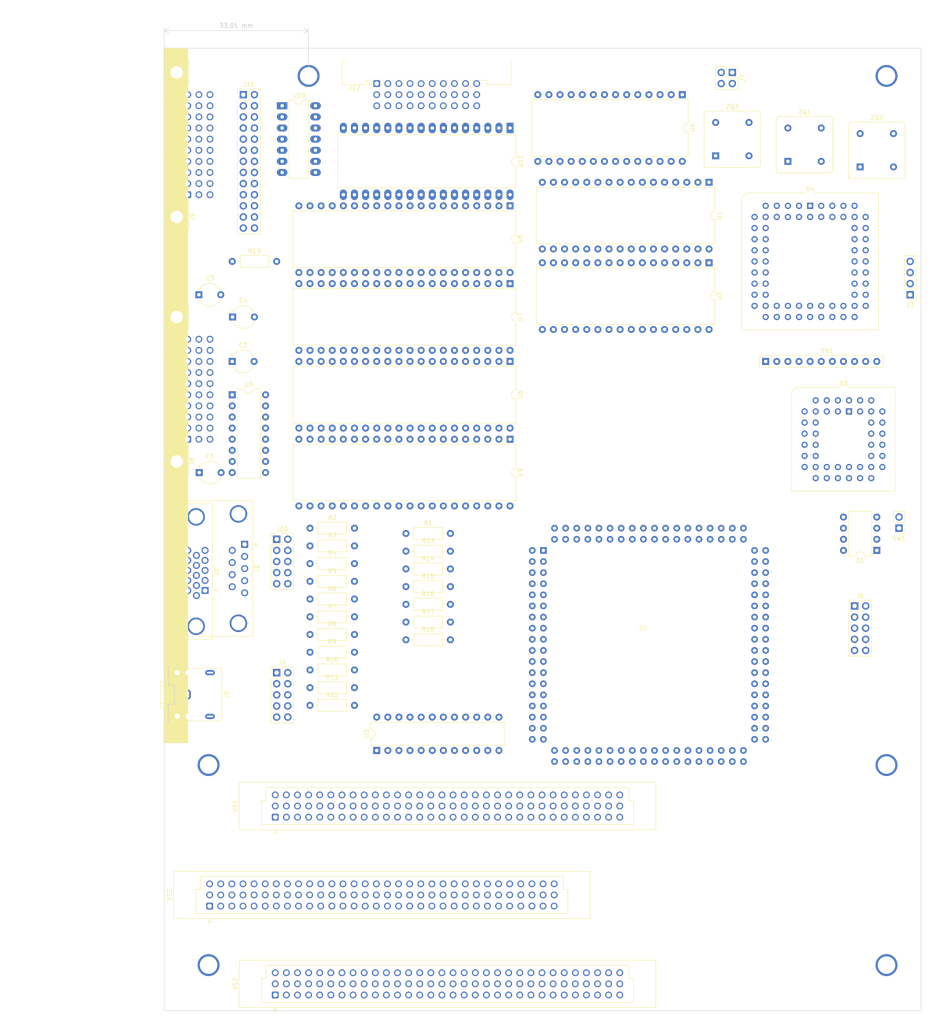
<source format=kicad_pcb>
(kicad_pcb (version 20221018) (generator pcbnew)
  (title_block (title "Orion-M") (date "2023-11-25") (comment 2 "Eugene Po"))
  (layers (0 "F.Cu" signal) (31 "B.Cu" signal) (34 "B.Paste" user) (35 "F.Paste" user) (36 "B.SilkS" user "B.Silkscreen") (37 "F.SilkS" user "F.Silkscreen") (38 "B.Mask" user) (39 "F.Mask" user) (44 "Edge.Cuts" user))
  (net 0 "")
  (net 1 "Net-(D1-~{PBRST})")
  (net 2 "/RES")
  (net 3 "/~{RES}")
  (net 4 "/~{M1}")
  (net 5 "/A7")
  (net 6 "/A6")
  (net 7 "/A5")
  (net 8 "/A4")
  (net 9 "/A3")
  (net 10 "/A2")
  (net 11 "/A1")
  (net 12 "/A0")
  (net 13 "/D0")
  (net 14 "/D1")
  (net 15 "/D2")
  (net 16 "/D3")
  (net 17 "/D4")
  (net 18 "/D5")
  (net 19 "/D6")
  (net 20 "GND")
  (net 21 "/D7")
  (net 22 "/A10")
  (net 23 "/A9")
  (net 24 "/A8")
  (net 25 "/A11")
  (net 26 "/~{ROM}")
  (net 27 "/A12")
  (net 28 "Net-(J1-Pad1)")
  (net 29 "/A13")
  (net 30 "/A14")
  (net 31 "/A15")
  (net 32 "/~{MREQ}")
  (net 33 "/~{IORQ}")
  (net 34 "/~{RD}")
  (net 35 "/~{WR}")
  (net 36 "/EXTAL")
  (net 38 "/A16")
  (net 39 "/A17")
  (net 40 "/A18")
  (net 41 "/A19")
  (net 42 "Net-(D4-~{RTS0})")
  (net 43 "Net-(D4-~{CTS0})")
  (net 44 "Net-(D4-TXA0)")
  (net 45 "Net-(D4-RXA0)")
  (net 46 "Net-(D4-CKA0{slash}~{DREQ0})")
  (net 47 "/TXA1")
  (net 48 "/RXA1")
  (net 50 "/MOSI")
  (net 51 "/MISO")
  (net 52 "/CLK")
  (net 68 "/CPLD/D1")
  (net 73 "/CPLD/D0")
  (net 75 "/CPLD/D7")
  (net 76 "/CPLD/D2")
  (net 77 "/CPLD/D6")
  (net 80 "/CPLD/D5")
  (net 82 "/CPLD/D3")
  (net 83 "/CPLD/D4")
  (net 119 "+5V")
  (net 120 "/~{NMI}")
  (net 121 "/~{INT0}")
  (net 122 "/~{INT1}")
  (net 123 "/~{INT2}")
  (net 124 "/~{BUSRQ}")
  (net 125 "/~{WAIT}")
  (net 147 "Net-(J1-Pad2)")
  (net 149 "Net-(J1-Pad3)")
  (net 175 "Net-(J7-Pin_3)")
  (net 176 "Net-(J7-Pin_4)")
  (net 177 "Net-(U3-S0)")
  (net 178 "Net-(U3-S1)")
  (net 179 "Net-(U3-S2)")
  (net 180 "Net-(U3-S3)")
  (net 181 "Net-(U3-S4)")
  (net 182 "Net-(U3-S5)")
  (net 183 "Net-(U3-S6)")
  (net 184 "Net-(U3-S7)")
  (net 185 "Net-(U3-S8)")
  (net 186 "Net-(U3-S9)")
  (net 187 "Net-(U3-S10)")
  (net 188 "Net-(U3-S11)")
  (net 189 "Net-(U3-S12)")
  (net 190 "Net-(U3-S13)")
  (net 191 "Net-(U3-S14)")
  (net 192 "Net-(U3-S15)")
  (net 193 "/IO devices/~{F700}")
  (net 194 "/IO devices/A7")
  (net 195 "/IO devices/A6")
  (net 196 "/IO devices/A5")
  (net 197 "/IO devices/A4")
  (net 198 "Net-(U5-C1+)")
  (net 199 "Net-(U5-VS+)")
  (net 200 "Net-(U5-C1-)")
  (net 201 "Net-(U5-C2+)")
  (net 202 "Net-(U5-C2-)")
  (net 203 "Net-(U5-VS-)")
  (net 204 "/TxD")
  (net 205 "/CTS")
  (net 206 "/RxD")
  (net 207 "/RTS")
  (net 208 "/IO devices/~{RD}")
  (net 209 "/IO devices/~{F500}")
  (net 210 "/IO devices/A1")
  (net 211 "/IO devices/A0")
  (net 212 "/IO devices/D7")
  (net 213 "/IO devices/D6")
  (net 214 "/IO devices/D5")
  (net 215 "/IO devices/D4")
  (net 216 "/IO devices/D3")
  (net 217 "/IO devices/D2")
  (net 218 "/IO devices/D1")
  (net 219 "/IO devices/D0")
  (net 220 "/IO devices/RES")
  (net 221 "/IO devices/~{WR}")
  (net 222 "/IO devices/~{F600}")
  (net 223 "/IO devices/~{F400}")
  (net 242 "Net-(U9-A8)")
  (net 247 "-5V")
  (net 260 "/IO devices/A16")
  (net 261 "/IO devices/A19")
  (net 268 "+12V")
  (net 295 "Net-(J1-Pad13)")
  (net 296 "Net-(J1-Pad14)")
  (net 302 "/~{RAM0}")
  (net 303 "/~{RAM1}")
  (net 304 "Net-(D4-CKA1{slash}~{TEND0})")
  (net 309 "Net-(J4-Pin_5)")
  (net 310 "Net-(J4-Pin_6)")
  (net 313 "Net-(J4-Pin_9)")
  (net 314 "Net-(J4-Pin_10)")
  (net 315 "Net-(U9-A)")
  (net 316 "Net-(U9-B)")
  (net 317 "Net-(U9-C)")
  (net 318 "Net-(D5-TDI)")
  (net 319 "Net-(D5-TMS)")
  (net 328 "Net-(D5-TCK)")
  (net 329 "Net-(D5-TDO)")
  (net 330 "Net-(D5-IO_106)")
  (net 331 "Net-(D5-IO_107)")
  (net 332 "Net-(D5-IO_108)")
  (net 333 "Net-(D5-IO_109)")
  (net 334 "Net-(D5-IO_110)")
  (net 335 "Net-(D5-IO_111)")
  (net 336 "Net-(D5-IO_112)")
  (net 337 "Net-(D5-IO_113)")
  (net 338 "Earth")
  (net 342 "/IO devices/CLKAY")
  (net 343 "/IO devices/~{RES}")
  (net 344 "/IO devices/~{F74x}")
  (net 385 "/IO devices/A18")
  (net 386 "/IO devices/A17")
  (net 477 "Net-(U7-PA0)")
  (net 478 "Net-(U7-PA1)")
  (net 479 "Net-(U7-PA2)")
  (net 480 "Net-(U7-PA3)")
  (net 481 "Net-(U7-PA4)")
  (net 482 "Net-(U7-PA5)")
  (net 483 "Net-(U7-PA6)")
  (net 484 "Net-(U7-PA7)")
  (net 485 "Net-(U7-PB0)")
  (net 486 "Net-(U7-PB1)")
  (net 487 "Net-(U7-PB2)")
  (net 488 "Net-(U7-PB3)")
  (net 489 "Net-(U7-PB4)")
  (net 490 "Net-(U7-PB5)")
  (net 491 "Net-(U7-PB6)")
  (net 492 "Net-(U7-PB7)")
  (net 493 "Net-(U7-PC0)")
  (net 494 "Net-(U7-PC1)")
  (net 495 "Net-(U7-PC2)")
  (net 496 "Net-(U7-PC3)")
  (net 497 "Net-(U7-PC4)")
  (net 498 "Net-(U7-PC5)")
  (net 499 "Net-(U7-PC6)")
  (net 500 "Net-(U7-PC7)")
  (net 501 "Net-(U6-PA0)")
  (net 502 "Net-(U6-PA1)")
  (net 503 "Net-(U6-PA2)")
  (net 504 "Net-(U6-PA3)")
  (net 505 "Net-(U6-PA4)")
  (net 506 "Net-(U6-PA5)")
  (net 507 "Net-(U6-PA6)")
  (net 508 "Net-(U6-PA7)")
  (net 509 "Net-(U6-PB0)")
  (net 510 "Net-(U6-PB1)")
  (net 511 "Net-(U6-PB2)")
  (net 512 "Net-(U6-PB3)")
  (net 513 "Net-(U6-PB4)")
  (net 514 "Net-(U6-PB5)")
  (net 515 "Net-(U6-PB6)")
  (net 516 "Net-(U6-PB7)")
  (net 517 "/IO devices/RES_KEY")
  (net 518 "Net-(U11-A16)")
  (net 519 "Net-(U11-~{CE})")
  (net 520 "Net-(J9-Padc3)")
  (net 521 "/IO devices/TAPE_LED")
  (net 522 "/IO devices/CC_KEY")
  (net 523 "/IO devices/US_KEY")
  (net 524 "/IO devices/RUS{slash}LAT_KEY")
  (net 525 "Net-(U11-D0)")
  (net 526 "Net-(U11-D1)")
  (net 527 "Net-(U11-D2)")
  (net 528 "Net-(U11-D3)")
  (net 529 "Net-(U11-D4)")
  (net 530 "Net-(U11-D5)")
  (net 531 "Net-(U11-D6)")
  (net 532 "Net-(U11-D7)")
  (net 534 "Net-(U11-A0)")
  (net 535 "Net-(U11-A1)")
  (net 536 "Net-(U11-A2)")
  (net 537 "Net-(U11-A3)")
  (net 538 "Net-(U11-A4)")
  (net 539 "Net-(U11-A5)")
  (net 540 "Net-(U11-A6)")
  (net 541 "Net-(U11-A7)")
  (net 542 "Net-(U11-A8)")
  (net 543 "Net-(U11-A9)")
  (net 544 "Net-(U11-A10)")
  (net 545 "Net-(U11-A11)")
  (net 546 "Net-(U11-A12)")
  (net 547 "Net-(U11-A13)")
  (net 548 "Net-(U11-A14)")
  (net 549 "Net-(U11-A15)")
  (net 551 "Net-(U6-PC0)")
  (net 552 "/IO devices/TAPE_OUT")
  (net 553 "/IO devices/RUS{slash}LAT_LED")
  (net 554 "/IO devices/TAPE_IN")
  (footprint "Package_DIP:DIP-40_W15.24mm" (layer "F.Cu") (at 99.06 101.6 -90)
    (fp_text reference "U6")
    (fp_text value "82C55A")
  )
  (footprint "Package_DIP:DIP-40_W15.24mm" (layer "F.Cu") (at 99.06 83.82 -90)
    (fp_text reference "U7")
    (fp_text value "82C55A")
  )
  (footprint "Capacitor_THT:CP_Radial_Tantal_D5.0mm_P5.00mm" (layer "F.Cu") (at 28.02 127)
    (fp_text reference "C1")
    (fp_text value "1mk")
  )
  (footprint "Resistor_THT:R_Axial_DIN0207_L6.3mm_D2.5mm_P10.16mm_Horizontal" (layer "F.Cu") (at 53.34 180.2)
    (fp_text reference "R12")
    (fp_text value "470")
  )
  (footprint "Capacitor_THT:CP_Radial_Tantal_D5.0mm_P5.00mm" (layer "F.Cu") (at 35.56 101.6)
    (fp_text reference "C2")
    (fp_text value "1mk")
  )
  (footprint "Package_DIP:DIP-32_W15.24mm_LongPads" (layer "F.Cu") (at 99.06 48.26 -90)
    (fp_text reference "U11")
    (fp_text value "27C010")
  )
  (footprint "Connector_Dsub:DSUB-9_Male_Horizontal_P2.77x2.84mm_EdgePinOffset14.56mm_Housed_MountingHolesOffset15.98mm" (layer "F.Cu") (at 38.4 143.395 -90)
    (fp_text reference "J2")
    (fp_text value "RS232 9600/38400")
  )
  (footprint "Package_LCC:PLCC-68_THT-Socket" (layer "F.Cu") (at 167.64 66.04)
    (fp_text reference "D4")
    (fp_text value "Z180")
  )
  (footprint "Resistor_THT:R_Axial_DIN0207_L6.3mm_D2.5mm_P10.16mm_Horizontal" (layer "F.Cu") (at 53.34 155.9)
    (fp_text reference "R6")
    (fp_text value "22k")
  )
  (footprint "Package_DIP:DIP-32_W15.24mm" (layer "F.Cu") (at 144.535 60.655 -90)
    (fp_text reference "U1")
    (fp_text value "AS6C4008-55PCN")
  )
  (footprint "Connector_DIN:DIN41612_C_3x32_Female_Vertical_THT" (layer "F.Cu") (at 45.4 246.38 90)
    (fp_text reference "XS2")
    (fp_text value "DIN41612 3x32 Vertical")
  )
  (footprint "Resistor_THT:R_Axial_DIN0207_L6.3mm_D2.5mm_P10.16mm_Horizontal" (layer "F.Cu") (at 75.265 144.96)
    (fp_text reference "R13")
    (fp_text value "1k")
  )
  (footprint "Connector_DIN:DIN41612_R3_3x10_Male_Horizontal_THT" (layer "F.Cu") (at 25.4 63.5 90)
    (fp_text reference "J9")
    (fp_text value "Ext. Keyboard")
  )
  (footprint "Oscillator:Oscillator_DIP-8" (layer "F.Cu") (at 162.56 55.88)
    (fp_text reference "ZQ1")
    (fp_text value "15,36 MHZ")
  )
  (footprint "Package_DIP:DIP-24_W7.62mm" (layer "F.Cu") (at 68.58 190.5 90)
    (fp_text reference "U3")
    (fp_text value "74LS154")
  )
  (footprint "Resistor_THT:R_Axial_DIN0207_L6.3mm_D2.5mm_P10.16mm_Horizontal" (layer "F.Cu") (at 75.265 140.91)
    (fp_text reference "R1")
    (fp_text value "10k")
  )
  (footprint "Oscillator:Oscillator_DIP-8" (layer "F.Cu") (at 179.07 57.15)
    (fp_text reference "ZQ2")
    (fp_text value "1,8432 MHZ")
  )
  (footprint "Resistor_THT:R_Axial_DIN0207_L6.3mm_D2.5mm_P10.16mm_Horizontal" (layer "F.Cu") (at 53.34 159.95)
    (fp_text reference "R7")
    (fp_text value "330")
  )
  (footprint "Resistor_THT:R_Axial_DIN0207_L6.3mm_D2.5mm_P10.16mm_Horizontal" (layer "F.Cu") (at 53.34 176.15)
    (fp_text reference "R11")
    (fp_text value "470")
  )
  (footprint "Connector:TQFP-DIP adapter" (layer "F.Cu") (at 129.54 165.1)
    (fp_text reference "D5")
    (fp_text value "ALTERA EPM3256")
  )
  (footprint "Connector_Audio:Jack_3.5mm_CUI_SJ1-3523N_Horizontal" (layer "F.Cu") (at 25.48 177.72 -90)
    (fp_text reference "J5")
    (fp_text value "AudioJack3")
    (fp_line (start -2.2 3.5) (end -2.2 4.5) (stroke (width 0.12)) (layer "Edge.Cuts"))
    (fp_line (start -2.2 4.5) (end -6.5 4.5) (stroke (width 0.12)) (layer "Edge.Cuts"))
    (fp_line (start 1.8 3.1) (end -1.8 3.1) (stroke (width 0.12)) (layer "Edge.Cuts"))
    (fp_line (start 2.2 3.5) (end 2.2 4.5) (stroke (width 0.12)) (layer "Edge.Cuts"))
    (fp_line (start 2.2 4.5) (end 6.5 4.5) (stroke (width 0.12)) (layer "Edge.Cuts"))
    (fp_arc (start -2.2 3.5) (mid -2.082842 3.217158) (end -1.8 3.1) (stroke (width 0.12)) (layer "Edge.Cuts"))
    (fp_arc (start 1.8 3.1) (mid 2.082843 3.217157) (end 2.2 3.5) (stroke (width 0.12)) (layer "Edge.Cuts"))
  )
  (footprint "Connector_DIN:DIN41612_C_3x32_Female_Vertical_THT" (layer "F.Cu") (at 30.4 226.06 90)
    (fp_text reference "XS2")
    (fp_text value "DIN41612 3x32 Vertical")
  )
  (footprint "Resistor_THT:R_Axial_DIN0207_L6.3mm_D2.5mm_P10.16mm_Horizontal" (layer "F.Cu") (at 53.34 147.8)
    (fp_text reference "R4")
    (fp_text value "22k")
  )
  (footprint "Resistor_THT:R_Axial_DIN0207_L6.3mm_D2.5mm_P10.16mm_Horizontal" (layer "F.Cu") (at 53.34 143.75)
    (fp_text reference "R3")
    (fp_text value "22k")
  )
  (footprint "Resistor_THT:R_Axial_DIN0207_L6.3mm_D2.5mm_P10.16mm_Horizontal" (layer "F.Cu") (at 53.34 164)
    (fp_text reference "R8")
    (fp_text value "680")
  )
  (footprint "Connector_DIN:DIN41612_R3_3x10_Male_Horizontal_THT" (layer "F.Cu") (at 25.4 119.38 90)
    (fp_text reference "J8")
    (fp_text value "Ext. Connector")
  )
  (footprint "Package_LCC:PLCC-44_THT-Socket" (layer "F.Cu") (at 176.53 113.03)
    (fp_text reference "D3")
    (fp_text value "Z80CPU")
  )
  (footprint "Resistor_THT:R_Axial_DIN0207_L6.3mm_D2.5mm_P10.16mm_Horizontal" (layer "F.Cu") (at 53.34 151.85)
    (fp_text reference "R5")
    (fp_text value "680")
  )
  (footprint "Connector_PinHeader_2.54mm:PinHeader_2x02_P2.54mm_Vertical" (layer "F.Cu") (at 149.86 35.56 -90)
    (fp_text reference "J7")
    (fp_text value "ROM SEL")
  )
  (footprint "Connector_PinHeader_2.54mm:PinHeader_2x05_P2.54mm_Vertical" (layer "F.Cu") (at 177.8 157.48)
    (fp_text reference "J6")
    (fp_text value "JTAG")
  )
  (footprint "Resistor_THT:R_Axial_DIN0207_L6.3mm_D2.5mm_P10.16mm_Horizontal" (layer "F.Cu") (at 53.34 139.7)
    (fp_text reference "R2")
    (fp_text value "330")
  )
  (footprint "Package_DIP:DIP-8_W7.62mm" (layer "F.Cu") (at 182.88 144.78 180)
    (fp_text reference "D1")
    (fp_text value "DS1232")
  )
  (footprint "Connector_Dsub:DSUB-15-HD_Female_Horizontal_P2.29x1.98mm_EdgePinOffset3.03mm_Housed_MountingHolesOffset4.94mm" (layer "F.Cu") (at 29.36 153.94 -90)
    (fp_text reference "J1")
    (fp_text value "VGA")
  )
  (footprint "Resistor_THT:R_Axial_DIN0207_L6.3mm_D2.5mm_P10.16mm_Horizontal" (layer "F.Cu") (at 35.56 78.74)
    (fp_text reference "R19")
    (fp_text value "1k")
  )
  (footprint "Package_DIP:DIP-28_W15.24mm" (layer "F.Cu") (at 138.42 40.635 -90)
    (fp_text reference "U4")
    (fp_text value "27C64")
  )
  (footprint "Capacitor_THT:CP_Radial_Tantal_D5.0mm_P5.00mm" (layer "F.Cu") (at 35.64 91.44)
    (fp_text reference "C4")
    (fp_text value "1mk")
  )
  (footprint "Package_DIP:DIP-40_W15.24mm" (layer "F.Cu") (at 99.06 66.04 -90)
    (fp_text reference "U8")
    (fp_text value "82C55A")
  )
  (footprint "Resistor_THT:R_Axial_DIN0207_L6.3mm_D2.5mm_P10.16mm_Horizontal" (layer "F.Cu") (at 75.265 161.16)
    (fp_text reference "R17")
    (fp_text value "2.2k")
  )
  (footprint "Resistor_THT:R_Axial_DIN0207_L6.3mm_D2.5mm_P10.16mm_Horizontal" (layer "F.Cu") (at 75.265 149.01)
    (fp_text reference "R14")
    (fp_text value "2.2k")
  )
  (footprint "Connector_PinHeader_2.54mm:PinHeader_1x02_P2.54mm_Vertical" (layer "F.Cu") (at 187.96 139.7 180)
    (fp_text reference "SW1")
    (fp_text value "Reset")
  )
  (footprint "Connector_PinHeader_2.54mm:PinHeader_1x04_P2.54mm_Vertical" (layer "F.Cu") (at 190.5 86.36 180)
    (fp_text reference "J3")
    (fp_text value "28800/115200")
  )
  (footprint "Connector_PinHeader_2.54mm:PinHeader_2x05_P2.54mm_Vertical" (layer "F.Cu") (at 45.72 142.24)
    (fp_text reference "J10")
    (fp_text value "COM1")
  )
  (footprint "Resistor_THT:R_Axial_DIN0207_L6.3mm_D2.5mm_P10.16mm_Horizontal" (layer "F.Cu") (at 75.265 153.06)
    (fp_text reference "R15")
    (fp_text value "2.2k")
  )
  (footprint "Package_DIP:DIP-14_W7.62mm_LongPads" (layer "F.Cu") (at 46.975 43.175)
    (fp_text reference "U10")
    (fp_text value "74HCT04")
  )
  (footprint "Package_DIP:DIP-32_W15.24mm" (layer "F.Cu") (at 144.535 79.055 -90)
    (fp_text reference "U2")
    (fp_text value "AS6C4008-55PCN")
  )
  (footprint "Resistor_THT:R_Axial_DIN0207_L6.3mm_D2.5mm_P10.16mm_Horizontal" (layer "F.Cu") (at 75.265 165.21)
    (fp_text reference "R18")
    (fp_text value "2.2k")
  )
  (footprint "Resistor_THT:R_Array_SIP11" (layer "F.Cu") (at 157.48 101.6)
    (fp_text reference "RN1")
    (fp_text value "10 x 10k")
  )
  (footprint "Capacitor_THT:CP_Radial_Tantal_D5.0mm_P5.00mm" (layer "F.Cu") (at 27.94 86.36)
    (fp_text reference "C3")
    (fp_text value "1 mk")
  )
  (footprint "Oscillator:Oscillator_DIP-8" (layer "F.Cu") (at 146.05 54.61)
    (fp_text reference "ZQ3")
    (fp_text value "5,5296 MHZ")
  )
  (footprint "Resistor_THT:R_Axial_DIN0207_L6.3mm_D2.5mm_P10.16mm_Horizontal" (layer "F.Cu") (at 75.265 157.11)
    (fp_text reference "R16")
    (fp_text value "1k")
  )
  (footprint "Package_DIP:DIP-16_W7.62mm" (layer "F.Cu") (at 35.56 109.22)
    (fp_text reference "U5")
    (fp_text value "MAX232")
  )
  (footprint "Connector_DIN:DIN41612_C_3x32_Female_Vertical_THT" (layer "F.Cu") (at 45.4 205.74 90)
    (fp_text reference "XS1")
    (fp_text value "DIN41612 3x32 Vertical")
  )
  (footprint "Connector_DIN:DIN41612_R3_3x10_Male_Horizontal_THT" (layer "F.Cu") (at 68.58 38.1)
    (fp_text reference "J12")
    (fp_text value "ROM DIsk")
  )
  (footprint "Resistor_THT:R_Axial_DIN0207_L6.3mm_D2.5mm_P10.16mm_Horizontal" (layer "F.Cu") (at 53.34 168.05)
    (fp_text reference "R9")
    (fp_text value "330")
  )
  (footprint "Connector_PinHeader_2.54mm:PinHeader_2x05_P2.54mm_Vertical" (layer "F.Cu") (at 45.72 172.72)
    (fp_text reference "J4")
    (fp_text value "Conn_02x05_Odd_Even")
  )
  (footprint "Resistor_THT:R_Axial_DIN0207_L6.3mm_D2.5mm_P10.16mm_Horizontal" (layer "F.Cu") (at 53.34 172.1)
    (fp_text reference "R10")
    (fp_text value "680")
  )
  (footprint "Connector_PinHeader_2.54mm:PinHeader_2x13_P2.54mm_Vertical" (layer "F.Cu") (at 38.1 40.64)
    (fp_text reference "J11")
    (fp_text value "Int. Keyboard")
  )
  (footprint "Package_DIP:DIP-40_W15.24mm" (layer "F.Cu") (at 99.06 119.38 -90)
    (fp_text reference "U9")
    (fp_text value "YM2149")
  )
  (gr_rect (start 20 30) (end 25.4 188.75) (stroke (width 0.15)) (fill solid) (layer "F.SilkS"))
  (gr_rect (start 20 30) (end 193 250) (stroke (width 0.1)) (fill none) (layer "Edge.Cuts"))
  (dimension (type aligned) (layer "Edge.Cuts") (pts (xy 20 37) (xy 53 37)) (height -11) (gr_text "33,01 mm" (at 36.5 24.85) (layer "Edge.Cuts") (effects (font (size 1 1) (thickness 0.15)))) (format (prefix "") (suffix "") (units 3) (units_format 1) (precision 4) (override_value "33,01")) (style (thickness 0.1) (arrow_length 1.27) (text_position_mode 0) (extension_height 0.58642) (extension_offset 0.5) keep_text_aligned))
  (via (at 185.1 239.55) (size 5) (drill 4) (layers "F.Cu" "B.Cu") (net 0))
  (via (at 53.02 36.35) (size 5) (drill 4) (layers "F.Cu" "B.Cu") (net 0))
  (via (at 30.16 193.83) (size 5) (drill 4) (layers "F.Cu" "B.Cu") (net 0))
  (via (at 185.1 36.35) (size 5) (drill 4) (layers "F.Cu" "B.Cu") (net 0))
  (via (at 30.16 239.55) (size 5) (drill 4) (layers "F.Cu" "B.Cu") (net 0))
  (via (at 185.1 193.83) (size 5) (drill 4) (layers "F.Cu" "B.Cu") (net 0))
)
</source>
